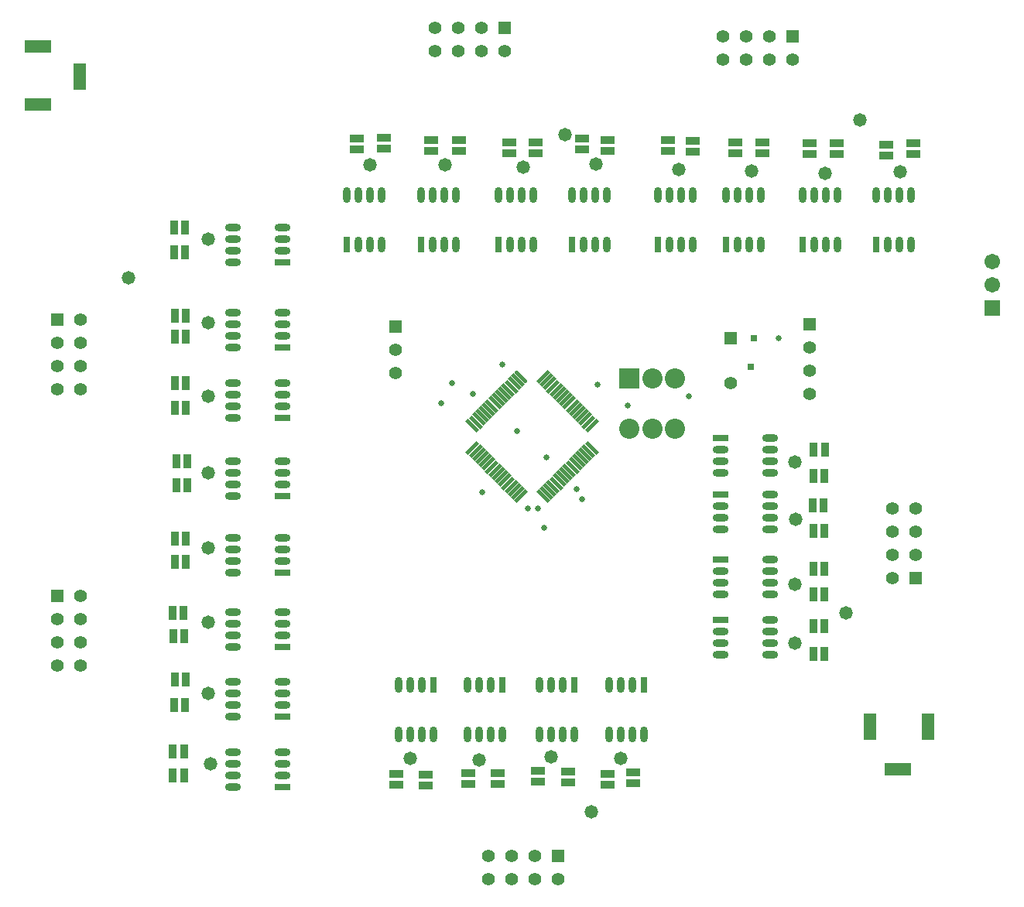
<source format=gbr>
%TF.GenerationSoftware,Altium Limited,Altium Designer,19.1.5 (86)*%
G04 Layer_Color=8388736*
%FSLAX45Y45*%
%MOMM*%
%TF.FileFunction,Soldermask,Top*%
%TF.Part,Single*%
G01*
G75*
%TA.AperFunction,SMDPad,CuDef*%
%ADD10R,1.50320X0.90320*%
%ADD11R,0.90320X1.50320*%
%ADD12R,0.80320X1.75320*%
%ADD13O,0.80320X1.75320*%
%ADD14R,1.75320X0.80320*%
%ADD15O,1.75320X0.80320*%
G04:AMPARAMS|DCode=16|XSize=0.4532mm|YSize=1.7532mm|CornerRadius=0mm|HoleSize=0mm|Usage=FLASHONLY|Rotation=315.000|XOffset=0mm|YOffset=0mm|HoleType=Round|Shape=Rectangle|*
%AMROTATEDRECTD16*
4,1,4,-0.78008,-0.45962,0.45962,0.78008,0.78008,0.45962,-0.45962,-0.78008,-0.78008,-0.45962,0.0*
%
%ADD16ROTATEDRECTD16*%

G04:AMPARAMS|DCode=17|XSize=0.4532mm|YSize=1.7532mm|CornerRadius=0mm|HoleSize=0mm|Usage=FLASHONLY|Rotation=45.000|XOffset=0mm|YOffset=0mm|HoleType=Round|Shape=Rectangle|*
%AMROTATEDRECTD17*
4,1,4,0.45962,-0.78008,-0.78008,0.45962,-0.45962,0.78008,0.78008,-0.45962,0.45962,-0.78008,0.0*
%
%ADD17ROTATEDRECTD17*%

G04:AMPARAMS|DCode=18|XSize=0.4532mm|YSize=1.7532mm|CornerRadius=0mm|HoleSize=0mm|Usage=FLASHONLY|Rotation=45.000|XOffset=0mm|YOffset=0mm|HoleType=Round|Shape=Round|*
%AMOVALD18*
21,1,1.30000,0.45320,0.00000,0.00000,135.0*
1,1,0.45320,0.45962,-0.45962*
1,1,0.45320,-0.45962,0.45962*
%
%ADD18OVALD18*%

%ADD19R,0.80320X0.70320*%
%TA.AperFunction,ComponentPad*%
%ADD20R,1.70320X1.70320*%
%ADD21C,1.70320*%
%ADD22C,2.20320*%
%ADD23R,2.20320X2.20320*%
%ADD24R,2.90320X1.40320*%
%ADD25R,1.40320X2.90320*%
%ADD26R,1.40320X1.40320*%
%ADD27C,1.40320*%
%ADD28R,1.40320X1.40320*%
%TA.AperFunction,ViaPad*%
%ADD29C,0.66040*%
%ADD30C,1.47320*%
D10*
X13995399Y9731700D02*
D03*
Y9851700D02*
D03*
X11341100Y2904800D02*
D03*
Y2784800D02*
D03*
X15024100Y9706300D02*
D03*
Y9826300D02*
D03*
X13335001Y9731700D02*
D03*
Y9851700D02*
D03*
X12547600Y9706300D02*
D03*
Y9826300D02*
D03*
X13055600Y9744400D02*
D03*
Y9864400D02*
D03*
X10591800Y9744400D02*
D03*
Y9864400D02*
D03*
X11709400Y9731700D02*
D03*
Y9851700D02*
D03*
X11404600Y9731700D02*
D03*
Y9851700D02*
D03*
X12255500Y9706300D02*
D03*
Y9826300D02*
D03*
X16675101Y9693600D02*
D03*
Y9813600D02*
D03*
X10883900Y9757100D02*
D03*
Y9877100D02*
D03*
X16383000Y9680900D02*
D03*
Y9800900D02*
D03*
X14732001Y9706300D02*
D03*
Y9826300D02*
D03*
X14262100Y9719000D02*
D03*
Y9839000D02*
D03*
X15544800Y9693600D02*
D03*
Y9813600D02*
D03*
X15836900Y9693600D02*
D03*
Y9813600D02*
D03*
X11023600Y2917500D02*
D03*
Y2797500D02*
D03*
X11811000Y2921000D02*
D03*
Y2801000D02*
D03*
X12573000Y2946400D02*
D03*
Y2826400D02*
D03*
X13335001Y2917500D02*
D03*
Y2797500D02*
D03*
X12128500Y2921000D02*
D03*
Y2801000D02*
D03*
X12903200Y2942900D02*
D03*
Y2822900D02*
D03*
X13614400Y2933700D02*
D03*
Y2813700D02*
D03*
D11*
X15586400Y6172200D02*
D03*
X15706400D02*
D03*
X15589900Y6464300D02*
D03*
X15709900D02*
D03*
X8699500Y2895600D02*
D03*
X8579500D02*
D03*
X15582899Y5575300D02*
D03*
X15702901D02*
D03*
X15573700Y5854700D02*
D03*
X15693700D02*
D03*
X15586400Y4876800D02*
D03*
X15706400D02*
D03*
X15582899Y5156200D02*
D03*
X15702901D02*
D03*
X8692500Y4673600D02*
D03*
X8572500D02*
D03*
X8717900Y5232400D02*
D03*
X8597900D02*
D03*
X8717900Y5486400D02*
D03*
X8597900D02*
D03*
X8714400Y3670300D02*
D03*
X8594400D02*
D03*
X8701700Y4419600D02*
D03*
X8581700D02*
D03*
X8734100Y6070600D02*
D03*
X8614100D02*
D03*
X8721400Y7188200D02*
D03*
X8601400D02*
D03*
X8721400Y7924800D02*
D03*
X8601400D02*
D03*
X8699500Y3162300D02*
D03*
X8579500D02*
D03*
X8717900Y3949700D02*
D03*
X8597900D02*
D03*
X8734100Y6337300D02*
D03*
X8614100D02*
D03*
X8721400Y6921500D02*
D03*
X8601400D02*
D03*
X8721400Y7696200D02*
D03*
X8601400D02*
D03*
X8712200Y8623300D02*
D03*
X8592200D02*
D03*
X8712200Y8890000D02*
D03*
X8592200D02*
D03*
X15586400Y4528200D02*
D03*
X15706400D02*
D03*
X15586400Y4229100D02*
D03*
X15706400D02*
D03*
D12*
X16268700Y8705600D02*
D03*
X13728700Y3886200D02*
D03*
X12966701D02*
D03*
X12179300D02*
D03*
X11430000D02*
D03*
X12141200Y8705600D02*
D03*
X12941299D02*
D03*
X13881100D02*
D03*
X14630400D02*
D03*
X10477500D02*
D03*
X11290300D02*
D03*
X15468600D02*
D03*
D13*
X16395700D02*
D03*
X16522701D02*
D03*
X16649699D02*
D03*
X16268700Y9245600D02*
D03*
X16395700D02*
D03*
X16522701D02*
D03*
X16649699D02*
D03*
X13601700Y3886200D02*
D03*
X13474699D02*
D03*
X13347701D02*
D03*
X13728700Y3346200D02*
D03*
X13601700D02*
D03*
X13474699D02*
D03*
X13347701D02*
D03*
X12839700Y3886200D02*
D03*
X12712700D02*
D03*
X12585700D02*
D03*
X12966701Y3346200D02*
D03*
X12839700D02*
D03*
X12712700D02*
D03*
X12585700D02*
D03*
X12052300Y3886200D02*
D03*
X11925300D02*
D03*
X11798300D02*
D03*
X12179300Y3346200D02*
D03*
X12052300D02*
D03*
X11925300D02*
D03*
X11798300D02*
D03*
X11303000Y3886200D02*
D03*
X11176000D02*
D03*
X11049000D02*
D03*
X11430000Y3346200D02*
D03*
X11303000D02*
D03*
X11176000D02*
D03*
X11049000D02*
D03*
X12268200Y8705600D02*
D03*
X12395200D02*
D03*
X12522200D02*
D03*
X12141200Y9245600D02*
D03*
X12268200D02*
D03*
X12395200D02*
D03*
X12522200D02*
D03*
X13068300Y8705600D02*
D03*
X13195300D02*
D03*
X13322301D02*
D03*
X12941299Y9245600D02*
D03*
X13068300D02*
D03*
X13195300D02*
D03*
X13322301D02*
D03*
X14008099Y8705600D02*
D03*
X14135100D02*
D03*
X14262100D02*
D03*
X13881100Y9245600D02*
D03*
X14008099D02*
D03*
X14135100D02*
D03*
X14262100D02*
D03*
X14757401Y8705600D02*
D03*
X14884399D02*
D03*
X15011400D02*
D03*
X14630400Y9245600D02*
D03*
X14757401D02*
D03*
X14884399D02*
D03*
X15011400D02*
D03*
X10604500Y8705600D02*
D03*
X10731500D02*
D03*
X10858500D02*
D03*
X10477500Y9245600D02*
D03*
X10604500D02*
D03*
X10731500D02*
D03*
X10858500D02*
D03*
X11417300Y8705600D02*
D03*
X11544300D02*
D03*
X11671300D02*
D03*
X11290300Y9245600D02*
D03*
X11417300D02*
D03*
X11544300D02*
D03*
X11671300D02*
D03*
X15595599Y8705600D02*
D03*
X15722600D02*
D03*
X15849600D02*
D03*
X15468600Y9245600D02*
D03*
X15595599D02*
D03*
X15722600D02*
D03*
X15849600D02*
D03*
D14*
X14573000Y6591300D02*
D03*
Y5257800D02*
D03*
Y4597400D02*
D03*
X9779000Y2768600D02*
D03*
Y3543300D02*
D03*
Y4305300D02*
D03*
Y5118100D02*
D03*
Y5956300D02*
D03*
Y6807200D02*
D03*
Y7581900D02*
D03*
Y8509000D02*
D03*
X14573000Y5969000D02*
D03*
D15*
Y6464300D02*
D03*
Y6337300D02*
D03*
Y6210300D02*
D03*
X15113000Y6591300D02*
D03*
Y6464300D02*
D03*
Y6337300D02*
D03*
Y6210300D02*
D03*
X14573000Y5130800D02*
D03*
Y5003800D02*
D03*
Y4876800D02*
D03*
X15113000Y5257800D02*
D03*
Y5130800D02*
D03*
Y5003800D02*
D03*
Y4876800D02*
D03*
X14573000Y4470400D02*
D03*
Y4343400D02*
D03*
Y4216400D02*
D03*
X15113000Y4597400D02*
D03*
Y4470400D02*
D03*
Y4343400D02*
D03*
Y4216400D02*
D03*
X9779000Y2895600D02*
D03*
Y3022600D02*
D03*
Y3149600D02*
D03*
X9239000Y2768600D02*
D03*
Y2895600D02*
D03*
Y3022600D02*
D03*
Y3149600D02*
D03*
X9779000Y3670300D02*
D03*
Y3797300D02*
D03*
Y3924300D02*
D03*
X9239000Y3543300D02*
D03*
Y3670300D02*
D03*
Y3797300D02*
D03*
Y3924300D02*
D03*
X9779000Y4432300D02*
D03*
Y4559300D02*
D03*
Y4686300D02*
D03*
X9239000Y4305300D02*
D03*
Y4432300D02*
D03*
Y4559300D02*
D03*
Y4686300D02*
D03*
X9779000Y5245100D02*
D03*
Y5372100D02*
D03*
Y5499100D02*
D03*
X9239000Y5118100D02*
D03*
Y5245100D02*
D03*
Y5372100D02*
D03*
Y5499100D02*
D03*
X9779000Y6083300D02*
D03*
Y6210300D02*
D03*
Y6337300D02*
D03*
X9239000Y5956300D02*
D03*
Y6083300D02*
D03*
Y6210300D02*
D03*
Y6337300D02*
D03*
X9779000Y6934200D02*
D03*
Y7061200D02*
D03*
Y7188200D02*
D03*
X9239000Y6807200D02*
D03*
Y6934200D02*
D03*
Y7061200D02*
D03*
Y7188200D02*
D03*
X9779000Y7708900D02*
D03*
Y7835900D02*
D03*
Y7962900D02*
D03*
X9239000Y7581900D02*
D03*
Y7708900D02*
D03*
Y7835900D02*
D03*
Y7962900D02*
D03*
X9779000Y8636000D02*
D03*
Y8763000D02*
D03*
Y8890000D02*
D03*
X9239000Y8509000D02*
D03*
Y8636000D02*
D03*
Y8763000D02*
D03*
Y8890000D02*
D03*
X14573000Y5842000D02*
D03*
Y5715000D02*
D03*
Y5588000D02*
D03*
X15113000Y5969000D02*
D03*
Y5842000D02*
D03*
Y5715000D02*
D03*
Y5588000D02*
D03*
D16*
X12630313Y7257887D02*
D03*
X12665669Y7222532D02*
D03*
X12701024Y7187176D02*
D03*
X12736379Y7151821D02*
D03*
X12771734Y7116466D02*
D03*
X12807091Y7081111D02*
D03*
X12842445Y7045755D02*
D03*
X12877800Y7010400D02*
D03*
X12913155Y6975045D02*
D03*
X12948511Y6939689D02*
D03*
X12983865Y6904334D02*
D03*
X13019221Y6868979D02*
D03*
X13054576Y6833624D02*
D03*
X13089932Y6798268D02*
D03*
X13125287Y6762913D02*
D03*
X13160641Y6727558D02*
D03*
X12385654Y5952570D02*
D03*
X12350299Y5987925D02*
D03*
X12314944Y6023281D02*
D03*
X12279589Y6058636D02*
D03*
X12244233Y6093991D02*
D03*
X12208878Y6129346D02*
D03*
X12173523Y6164702D02*
D03*
X12138167Y6200057D02*
D03*
X12102812Y6235412D02*
D03*
X12067457Y6270767D02*
D03*
X12032102Y6306123D02*
D03*
X11996746Y6341478D02*
D03*
X11961391Y6376833D02*
D03*
X11926036Y6412189D02*
D03*
X11890681Y6447544D02*
D03*
X11855325Y6482899D02*
D03*
D17*
X13160641D02*
D03*
X13125287Y6447544D02*
D03*
X13089932Y6412189D02*
D03*
X13054576Y6376833D02*
D03*
X13019221Y6341478D02*
D03*
X12983865Y6306123D02*
D03*
X12948511Y6270767D02*
D03*
X12913155Y6235412D02*
D03*
X12877800Y6200057D02*
D03*
X12842445Y6164702D02*
D03*
X12807091Y6129346D02*
D03*
X12771734Y6093991D02*
D03*
X12736379Y6058636D02*
D03*
X12701024Y6023281D02*
D03*
X12665669Y5987925D02*
D03*
X12630313Y5952570D02*
D03*
X11855325Y6727558D02*
D03*
X11890681Y6762913D02*
D03*
X11926036Y6798268D02*
D03*
X11961391Y6833624D02*
D03*
X11996746Y6868979D02*
D03*
X12032102Y6904334D02*
D03*
X12067457Y6939689D02*
D03*
X12102812Y6975045D02*
D03*
X12138167Y7010400D02*
D03*
X12173523Y7045755D02*
D03*
X12208878Y7081111D02*
D03*
X12244233Y7116466D02*
D03*
X12279589Y7151821D02*
D03*
X12314944Y7187176D02*
D03*
X12350299Y7222532D02*
D03*
D18*
X12385654Y7257887D02*
D03*
D19*
X14935201Y7683500D02*
D03*
X14897099Y7366000D02*
D03*
D20*
X17538699Y8013700D02*
D03*
D21*
Y8267700D02*
D03*
Y8521700D02*
D03*
D22*
X14071600Y6689000D02*
D03*
X13821600D02*
D03*
X13571600D02*
D03*
X14071600Y7239000D02*
D03*
X13821600D02*
D03*
D23*
X13571600D02*
D03*
D24*
X7099300Y10870500D02*
D03*
Y10240500D02*
D03*
X16505200Y2969000D02*
D03*
D25*
X7559300Y10540500D02*
D03*
X16835201Y3429000D02*
D03*
X16205200D02*
D03*
D26*
X14681200Y7678200D02*
D03*
X15354300Y10985500D02*
D03*
X12788900Y2019300D02*
D03*
X12204700Y11074400D02*
D03*
D27*
X14681200Y7188200D02*
D03*
X14592300Y10731500D02*
D03*
X14846300D02*
D03*
X15100301D02*
D03*
X15354300D02*
D03*
X14592300Y10985500D02*
D03*
X14846300D02*
D03*
X15100301D02*
D03*
X15544800Y7073900D02*
D03*
Y7327900D02*
D03*
Y7581900D02*
D03*
X11010900Y7556500D02*
D03*
Y7302500D02*
D03*
X16446500Y5816600D02*
D03*
Y5562600D02*
D03*
Y5308600D02*
D03*
Y5054600D02*
D03*
X16700500Y5816600D02*
D03*
Y5562600D02*
D03*
Y5308600D02*
D03*
X12534900Y2019300D02*
D03*
X12280900D02*
D03*
X12026900D02*
D03*
X12788900Y1765300D02*
D03*
X12534900D02*
D03*
X12280900D02*
D03*
X12026900D02*
D03*
X7315200Y4610100D02*
D03*
Y4356100D02*
D03*
Y4102100D02*
D03*
X7569200Y4864100D02*
D03*
Y4610100D02*
D03*
Y4356100D02*
D03*
Y4102100D02*
D03*
X7315200Y7632700D02*
D03*
Y7378700D02*
D03*
Y7124700D02*
D03*
X7569200Y7886700D02*
D03*
Y7632700D02*
D03*
Y7378700D02*
D03*
Y7124700D02*
D03*
X11950700Y11074400D02*
D03*
X11696700D02*
D03*
X11442700D02*
D03*
X12204700Y10820400D02*
D03*
X11950700D02*
D03*
X11696700D02*
D03*
X11442700D02*
D03*
D28*
X15544800Y7835900D02*
D03*
X11010900Y7810500D02*
D03*
X16700500Y5054600D02*
D03*
X7315200Y4864100D02*
D03*
Y7886700D02*
D03*
D29*
X12642850Y5607050D02*
D03*
X13550900Y6946900D02*
D03*
X15201900Y7678200D02*
D03*
X14224001Y7048500D02*
D03*
X12344400Y6667500D02*
D03*
X16210201Y3530600D02*
D03*
X16197501Y3543300D02*
D03*
X12992101Y6032500D02*
D03*
X12661900Y6375400D02*
D03*
X12573000Y5816600D02*
D03*
X12465050Y5822950D02*
D03*
X13055600Y5918200D02*
D03*
X11633200Y7188200D02*
D03*
X11961745Y5996055D02*
D03*
X11861800Y7073900D02*
D03*
X12179300Y7391400D02*
D03*
X13220700Y7175500D02*
D03*
X11513123Y6969555D02*
D03*
D30*
X8966200Y6210300D02*
D03*
X13157201Y2501900D02*
D03*
X11176000Y3086100D02*
D03*
X11925300Y3066800D02*
D03*
X13474699Y3086100D02*
D03*
X12712700Y3098800D02*
D03*
X15938499Y4673600D02*
D03*
X15379700Y4343400D02*
D03*
Y4991100D02*
D03*
X15392400Y5702300D02*
D03*
X15379700Y6324600D02*
D03*
X16090900Y10071100D02*
D03*
X16535400Y9499600D02*
D03*
X15709900Y9482300D02*
D03*
X14909801Y9512300D02*
D03*
X14109700Y9525000D02*
D03*
X12865100Y9906000D02*
D03*
X13208000Y9588500D02*
D03*
X12407900Y9550400D02*
D03*
X11557000Y9575800D02*
D03*
X10731500D02*
D03*
X8991600Y3022600D02*
D03*
X8966200Y3797300D02*
D03*
Y4572000D02*
D03*
Y5384800D02*
D03*
Y7048500D02*
D03*
X8089900Y8343900D02*
D03*
X8966200Y7848600D02*
D03*
Y8763000D02*
D03*
%TF.MD5,e66dda0b61d4ee0f5198432124d18ff1*%
M02*

</source>
